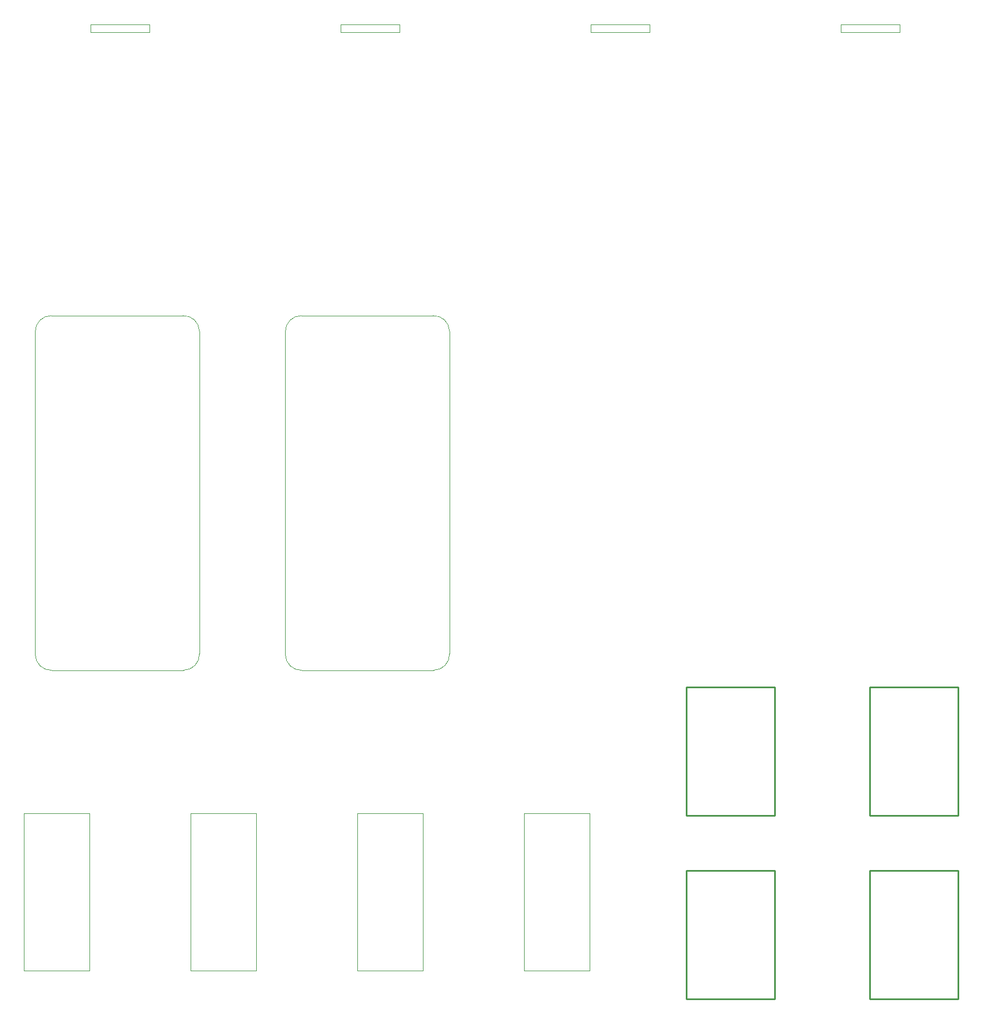
<source format=gm1>
G04*
G04 #@! TF.GenerationSoftware,Altium Limited,Altium Designer,22.0.2 (36)*
G04*
G04 Layer_Color=16711935*
%FSLAX25Y25*%
%MOIN*%
G70*
G04*
G04 #@! TF.SameCoordinates,67338897-2AF6-470F-BF16-5050DEB4706F*
G04*
G04*
G04 #@! TF.FilePolarity,Positive*
G04*
G01*
G75*
%ADD59C,0.00100*%
%ADD60C,0.01000*%
%ADD61C,0.00394*%
%ADD62C,0.00400*%
D59*
X281015Y528615D02*
G03*
X271567Y518764I0J-9457D01*
G01*
X370000Y519158D02*
G03*
X360149Y528607I-9457J0D01*
G01*
X360543Y316000D02*
G03*
X369992Y325851I0J9457D01*
G01*
X271558Y325457D02*
G03*
X281409Y316008I9457J0D01*
G01*
X360535D02*
X281409D01*
X370000Y325859D02*
Y519158D01*
X360141Y528615D02*
X281015D01*
X271558Y325457D02*
Y518756D01*
X131015Y528615D02*
G03*
X121567Y518764I0J-9457D01*
G01*
X220000Y519158D02*
G03*
X210149Y528607I-9457J0D01*
G01*
X210543Y316000D02*
G03*
X219992Y325851I0J9457D01*
G01*
X121558Y325457D02*
G03*
X131409Y316008I9457J0D01*
G01*
X210535D02*
X131409D01*
X220000Y325859D02*
Y519158D01*
X210141Y528615D02*
X131015D01*
X121558Y325457D02*
Y518756D01*
D60*
X512000Y119000D02*
X565000D01*
X512000Y196000D02*
X565000D01*
Y119000D02*
Y196000D01*
X512000Y119000D02*
Y196000D01*
X622000Y119000D02*
X675000D01*
X622000Y196000D02*
X675000D01*
Y119000D02*
Y196000D01*
X622000Y119000D02*
Y196000D01*
X512000Y229000D02*
X565000D01*
X512000Y306000D02*
X565000D01*
Y229000D02*
Y306000D01*
X512000Y229000D02*
Y306000D01*
X622000Y229000D02*
X675000D01*
X622000Y306000D02*
X675000D01*
Y229000D02*
Y306000D01*
X622000Y229000D02*
Y306000D01*
D61*
X190150Y698465D02*
Y703189D01*
X154717Y698465D02*
Y703189D01*
X190150D01*
X154717Y698465D02*
X190150D01*
X340150D02*
Y703189D01*
X304716Y698465D02*
Y703189D01*
X340150D01*
X304716Y698465D02*
X340150D01*
X490150D02*
Y703189D01*
X454716Y698465D02*
Y703189D01*
X490150D01*
X454716Y698465D02*
X490150D01*
X640150D02*
Y703189D01*
X604716Y698465D02*
Y703189D01*
X640150D01*
X604716Y698465D02*
X640150D01*
D62*
X454000Y136000D02*
Y230200D01*
X414630Y136000D02*
Y230200D01*
X454000D02*
X414630D01*
X454000Y136000D02*
X414630D01*
X354000D02*
Y230200D01*
X314630Y136000D02*
Y230200D01*
X354000D02*
X314630D01*
X354000Y136000D02*
X314630D01*
X254000D02*
Y230200D01*
X214630Y136000D02*
Y230200D01*
X254000D02*
X214630D01*
X254000Y136000D02*
X214630D01*
X154000D02*
Y230200D01*
X114630Y136000D02*
Y230200D01*
X154000D02*
X114630D01*
X154000Y136000D02*
X114630D01*
M02*

</source>
